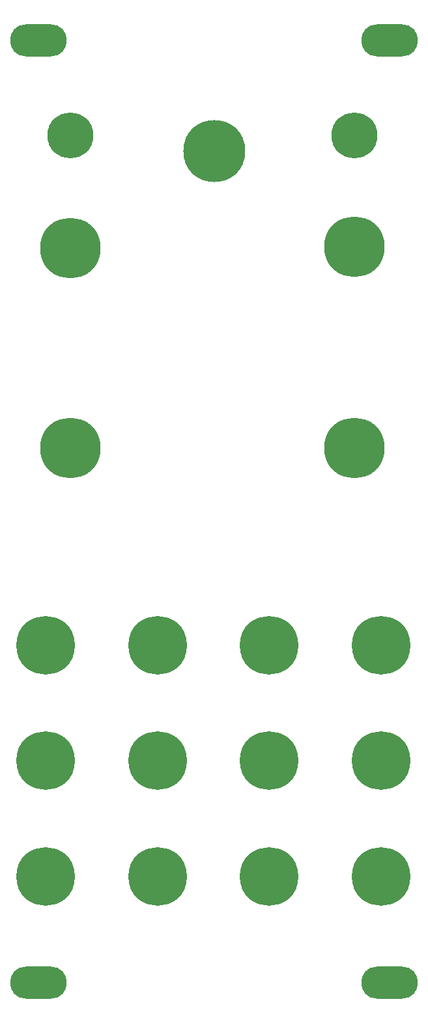
<source format=gbr>
G04 #@! TF.GenerationSoftware,KiCad,Pcbnew,8.0.5*
G04 #@! TF.CreationDate,2024-10-11T08:36:34-07:00*
G04 #@! TF.ProjectId,Sampler-built-FACEPLATE,53616d70-6c65-4722-9d62-75696c742d46,rev?*
G04 #@! TF.SameCoordinates,PXff8daa79PY77b0550*
G04 #@! TF.FileFunction,Copper,L2,Inr*
G04 #@! TF.FilePolarity,Positive*
%FSLAX46Y46*%
G04 Gerber Fmt 4.6, Leading zero omitted, Abs format (unit mm)*
G04 Created by KiCad (PCBNEW 8.0.5) date 2024-10-11 08:36:34*
%MOMM*%
%LPD*%
G01*
G04 APERTURE LIST*
G04 #@! TA.AperFunction,ComponentPad*
%ADD10C,5.969000*%
G04 #@! TD*
G04 #@! TA.AperFunction,ComponentPad*
%ADD11C,7.620000*%
G04 #@! TD*
G04 #@! TA.AperFunction,ComponentPad*
%ADD12O,7.366000X4.191000*%
G04 #@! TD*
G04 #@! TA.AperFunction,ComponentPad*
%ADD13C,8.051800*%
G04 #@! TD*
G04 #@! TA.AperFunction,ComponentPad*
%ADD14C,7.874000*%
G04 #@! TD*
G04 APERTURE END LIST*
D10*
G04 #@! TO.N,GND*
G04 #@! TO.C,REF\u002A\u002A*
X48560000Y113154000D03*
G04 #@! TD*
D11*
G04 #@! TO.N,GND*
G04 #@! TO.C,REF\u002A\u002A*
X22957000Y46815000D03*
G04 #@! TD*
D12*
G04 #@! TO.N,GND*
G04 #@! TO.C,REF\u002A\u002A*
X7492999Y125502800D03*
G04 #@! TD*
D11*
G04 #@! TO.N,GND*
G04 #@! TO.C,REF\u002A\u002A*
X52006000Y16790000D03*
G04 #@! TD*
D13*
G04 #@! TO.N,GND*
G04 #@! TO.C,LOCK1*
X30331000Y111122000D03*
G04 #@! TD*
D12*
G04 #@! TO.N,GND*
G04 #@! TO.C,REF\u002A\u002A*
X53107000Y125502800D03*
G04 #@! TD*
D11*
G04 #@! TO.N,GND*
G04 #@! TO.C,REF\u002A\u002A*
X22958000Y16790000D03*
G04 #@! TD*
G04 #@! TO.N,GND*
G04 #@! TO.C,REF\u002A\u002A*
X37485000Y46815000D03*
G04 #@! TD*
D10*
G04 #@! TO.N,GND*
G04 #@! TO.C,REF\u002A\u002A*
X11620000Y113154000D03*
G04 #@! TD*
D11*
G04 #@! TO.N,GND*
G04 #@! TO.C,REF\u002A\u002A*
X52006000Y46815000D03*
G04 #@! TD*
D14*
G04 #@! TO.N,GND*
G04 #@! TO.C,REF\u002A\u002A*
X11620000Y98507000D03*
G04 #@! TD*
D11*
G04 #@! TO.N,GND*
G04 #@! TO.C,REF\u002A\u002A*
X52006000Y31819000D03*
G04 #@! TD*
D12*
G04 #@! TO.N,GND*
G04 #@! TO.C,REF\u002A\u002A*
X7492999Y2997200D03*
G04 #@! TD*
D11*
G04 #@! TO.N,GND*
G04 #@! TO.C,REF\u002A\u002A*
X37485000Y16790000D03*
G04 #@! TD*
G04 #@! TO.N,GND*
G04 #@! TO.C,REF\u002A\u002A*
X8431000Y46815000D03*
G04 #@! TD*
G04 #@! TO.N,GND*
G04 #@! TO.C,REF\u002A\u002A*
X8430000Y16790000D03*
G04 #@! TD*
G04 #@! TO.N,GND*
G04 #@! TO.C,REF\u002A\u002A*
X37485000Y31819000D03*
G04 #@! TD*
D14*
G04 #@! TO.N,GND*
G04 #@! TO.C,REF\u002A\u002A*
X48560000Y72514000D03*
G04 #@! TD*
G04 #@! TO.N,GND*
G04 #@! TO.C,REF\u002A\u002A*
X11620000Y72514000D03*
G04 #@! TD*
D11*
G04 #@! TO.N,GND*
G04 #@! TO.C,REF\u002A\u002A*
X22958000Y31819000D03*
G04 #@! TD*
D12*
G04 #@! TO.N,GND*
G04 #@! TO.C,REF\u002A\u002A*
X53107000Y2997200D03*
G04 #@! TD*
D14*
G04 #@! TO.N,GND*
G04 #@! TO.C,REF\u002A\u002A*
X48560000Y98676000D03*
G04 #@! TD*
D11*
G04 #@! TO.N,GND*
G04 #@! TO.C,REF\u002A\u002A*
X8431000Y31819000D03*
G04 #@! TD*
M02*

</source>
